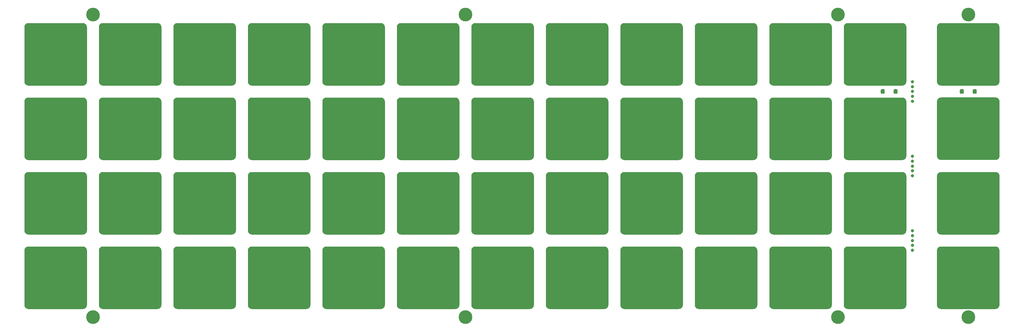
<source format=gbr>
G04 #@! TF.GenerationSoftware,KiCad,Pcbnew,(5.1.10-1-10_14)*
G04 #@! TF.CreationDate,2021-08-20T16:51:13-05:00*
G04 #@! TF.ProjectId,ori_top_plate,6f72695f-746f-4705-9f70-6c6174652e6b,rev?*
G04 #@! TF.SameCoordinates,Original*
G04 #@! TF.FileFunction,Soldermask,Bot*
G04 #@! TF.FilePolarity,Negative*
%FSLAX46Y46*%
G04 Gerber Fmt 4.6, Leading zero omitted, Abs format (unit mm)*
G04 Created by KiCad (PCBNEW (5.1.10-1-10_14)) date 2021-08-20 16:51:13*
%MOMM*%
%LPD*%
G01*
G04 APERTURE LIST*
%ADD10C,0.800000*%
%ADD11C,3.500000*%
G04 APERTURE END LIST*
G36*
G01*
X397336010Y-100164700D02*
X397336010Y-114148700D01*
G75*
G02*
X396328010Y-115156700I-1008000J0D01*
G01*
X382344010Y-115156700D01*
G75*
G02*
X381336010Y-114148700I0J1008000D01*
G01*
X381336010Y-100164700D01*
G75*
G02*
X382344010Y-99156700I1008000J0D01*
G01*
X396328010Y-99156700D01*
G75*
G02*
X397336010Y-100164700I0J-1008000D01*
G01*
G37*
G36*
G01*
X397361002Y-81114620D02*
X397361002Y-95098620D01*
G75*
G02*
X396353002Y-96106620I-1008000J0D01*
G01*
X382369002Y-96106620D01*
G75*
G02*
X381361002Y-95098620I0J1008000D01*
G01*
X381361002Y-81114620D01*
G75*
G02*
X382369002Y-80106620I1008000J0D01*
G01*
X396353002Y-80106620D01*
G75*
G02*
X397361002Y-81114620I0J-1008000D01*
G01*
G37*
G36*
G01*
X397361370Y-62051880D02*
X397361370Y-76035880D01*
G75*
G02*
X396353370Y-77043880I-1008000J0D01*
G01*
X382369370Y-77043880D01*
G75*
G02*
X381361370Y-76035880I0J1008000D01*
G01*
X381361370Y-62051880D01*
G75*
G02*
X382369370Y-61043880I1008000J0D01*
G01*
X396353370Y-61043880D01*
G75*
G02*
X397361370Y-62051880I0J-1008000D01*
G01*
G37*
G36*
G01*
X397336010Y-43014460D02*
X397336010Y-56998460D01*
G75*
G02*
X396328010Y-58006460I-1008000J0D01*
G01*
X382344010Y-58006460D01*
G75*
G02*
X381336010Y-56998460I0J1008000D01*
G01*
X381336010Y-43014460D01*
G75*
G02*
X382344010Y-42006460I1008000J0D01*
G01*
X396328010Y-42006460D01*
G75*
G02*
X397336010Y-43014460I0J-1008000D01*
G01*
G37*
G36*
G01*
X373523410Y-100164700D02*
X373523410Y-114148700D01*
G75*
G02*
X372515410Y-115156700I-1008000J0D01*
G01*
X358531410Y-115156700D01*
G75*
G02*
X357523410Y-114148700I0J1008000D01*
G01*
X357523410Y-100164700D01*
G75*
G02*
X358531410Y-99156700I1008000J0D01*
G01*
X372515410Y-99156700D01*
G75*
G02*
X373523410Y-100164700I0J-1008000D01*
G01*
G37*
G36*
G01*
X354473330Y-100168000D02*
X354473330Y-114152000D01*
G75*
G02*
X353465330Y-115160000I-1008000J0D01*
G01*
X339481330Y-115160000D01*
G75*
G02*
X338473330Y-114152000I0J1008000D01*
G01*
X338473330Y-100168000D01*
G75*
G02*
X339481330Y-99160000I1008000J0D01*
G01*
X353465330Y-99160000D01*
G75*
G02*
X354473330Y-100168000I0J-1008000D01*
G01*
G37*
G36*
G01*
X335423250Y-100164700D02*
X335423250Y-114148700D01*
G75*
G02*
X334415250Y-115156700I-1008000J0D01*
G01*
X320431250Y-115156700D01*
G75*
G02*
X319423250Y-114148700I0J1008000D01*
G01*
X319423250Y-100164700D01*
G75*
G02*
X320431250Y-99156700I1008000J0D01*
G01*
X334415250Y-99156700D01*
G75*
G02*
X335423250Y-100164700I0J-1008000D01*
G01*
G37*
G36*
G01*
X316373170Y-100164700D02*
X316373170Y-114148700D01*
G75*
G02*
X315365170Y-115156700I-1008000J0D01*
G01*
X301381170Y-115156700D01*
G75*
G02*
X300373170Y-114148700I0J1008000D01*
G01*
X300373170Y-100164700D01*
G75*
G02*
X301381170Y-99156700I1008000J0D01*
G01*
X315365170Y-99156700D01*
G75*
G02*
X316373170Y-100164700I0J-1008000D01*
G01*
G37*
G36*
G01*
X297323090Y-100164700D02*
X297323090Y-114148700D01*
G75*
G02*
X296315090Y-115156700I-1008000J0D01*
G01*
X282331090Y-115156700D01*
G75*
G02*
X281323090Y-114148700I0J1008000D01*
G01*
X281323090Y-100164700D01*
G75*
G02*
X282331090Y-99156700I1008000J0D01*
G01*
X296315090Y-99156700D01*
G75*
G02*
X297323090Y-100164700I0J-1008000D01*
G01*
G37*
G36*
G01*
X278273010Y-100164700D02*
X278273010Y-114148700D01*
G75*
G02*
X277265010Y-115156700I-1008000J0D01*
G01*
X263281010Y-115156700D01*
G75*
G02*
X262273010Y-114148700I0J1008000D01*
G01*
X262273010Y-100164700D01*
G75*
G02*
X263281010Y-99156700I1008000J0D01*
G01*
X277265010Y-99156700D01*
G75*
G02*
X278273010Y-100164700I0J-1008000D01*
G01*
G37*
G36*
G01*
X259222930Y-100164700D02*
X259222930Y-114148700D01*
G75*
G02*
X258214930Y-115156700I-1008000J0D01*
G01*
X244230930Y-115156700D01*
G75*
G02*
X243222930Y-114148700I0J1008000D01*
G01*
X243222930Y-100164700D01*
G75*
G02*
X244230930Y-99156700I1008000J0D01*
G01*
X258214930Y-99156700D01*
G75*
G02*
X259222930Y-100164700I0J-1008000D01*
G01*
G37*
G36*
G01*
X240172850Y-100164700D02*
X240172850Y-114148700D01*
G75*
G02*
X239164850Y-115156700I-1008000J0D01*
G01*
X225180850Y-115156700D01*
G75*
G02*
X224172850Y-114148700I0J1008000D01*
G01*
X224172850Y-100164700D01*
G75*
G02*
X225180850Y-99156700I1008000J0D01*
G01*
X239164850Y-99156700D01*
G75*
G02*
X240172850Y-100164700I0J-1008000D01*
G01*
G37*
G36*
G01*
X221122770Y-100164700D02*
X221122770Y-114148700D01*
G75*
G02*
X220114770Y-115156700I-1008000J0D01*
G01*
X206130770Y-115156700D01*
G75*
G02*
X205122770Y-114148700I0J1008000D01*
G01*
X205122770Y-100164700D01*
G75*
G02*
X206130770Y-99156700I1008000J0D01*
G01*
X220114770Y-99156700D01*
G75*
G02*
X221122770Y-100164700I0J-1008000D01*
G01*
G37*
G36*
G01*
X202072690Y-100164700D02*
X202072690Y-114148700D01*
G75*
G02*
X201064690Y-115156700I-1008000J0D01*
G01*
X187080690Y-115156700D01*
G75*
G02*
X186072690Y-114148700I0J1008000D01*
G01*
X186072690Y-100164700D01*
G75*
G02*
X187080690Y-99156700I1008000J0D01*
G01*
X201064690Y-99156700D01*
G75*
G02*
X202072690Y-100164700I0J-1008000D01*
G01*
G37*
G36*
G01*
X183022610Y-100164700D02*
X183022610Y-114148700D01*
G75*
G02*
X182014610Y-115156700I-1008000J0D01*
G01*
X168030610Y-115156700D01*
G75*
G02*
X167022610Y-114148700I0J1008000D01*
G01*
X167022610Y-100164700D01*
G75*
G02*
X168030610Y-99156700I1008000J0D01*
G01*
X182014610Y-99156700D01*
G75*
G02*
X183022610Y-100164700I0J-1008000D01*
G01*
G37*
G36*
G01*
X163972530Y-100164700D02*
X163972530Y-114148700D01*
G75*
G02*
X162964530Y-115156700I-1008000J0D01*
G01*
X148980530Y-115156700D01*
G75*
G02*
X147972530Y-114148700I0J1008000D01*
G01*
X147972530Y-100164700D01*
G75*
G02*
X148980530Y-99156700I1008000J0D01*
G01*
X162964530Y-99156700D01*
G75*
G02*
X163972530Y-100164700I0J-1008000D01*
G01*
G37*
G36*
G01*
X373523410Y-81114620D02*
X373523410Y-95098620D01*
G75*
G02*
X372515410Y-96106620I-1008000J0D01*
G01*
X358531410Y-96106620D01*
G75*
G02*
X357523410Y-95098620I0J1008000D01*
G01*
X357523410Y-81114620D01*
G75*
G02*
X358531410Y-80106620I1008000J0D01*
G01*
X372515410Y-80106620D01*
G75*
G02*
X373523410Y-81114620I0J-1008000D01*
G01*
G37*
G36*
G01*
X354473330Y-81114620D02*
X354473330Y-95098620D01*
G75*
G02*
X353465330Y-96106620I-1008000J0D01*
G01*
X339481330Y-96106620D01*
G75*
G02*
X338473330Y-95098620I0J1008000D01*
G01*
X338473330Y-81114620D01*
G75*
G02*
X339481330Y-80106620I1008000J0D01*
G01*
X353465330Y-80106620D01*
G75*
G02*
X354473330Y-81114620I0J-1008000D01*
G01*
G37*
G36*
G01*
X335423250Y-81114620D02*
X335423250Y-95098620D01*
G75*
G02*
X334415250Y-96106620I-1008000J0D01*
G01*
X320431250Y-96106620D01*
G75*
G02*
X319423250Y-95098620I0J1008000D01*
G01*
X319423250Y-81114620D01*
G75*
G02*
X320431250Y-80106620I1008000J0D01*
G01*
X334415250Y-80106620D01*
G75*
G02*
X335423250Y-81114620I0J-1008000D01*
G01*
G37*
G36*
G01*
X316373170Y-81114620D02*
X316373170Y-95098620D01*
G75*
G02*
X315365170Y-96106620I-1008000J0D01*
G01*
X301381170Y-96106620D01*
G75*
G02*
X300373170Y-95098620I0J1008000D01*
G01*
X300373170Y-81114620D01*
G75*
G02*
X301381170Y-80106620I1008000J0D01*
G01*
X315365170Y-80106620D01*
G75*
G02*
X316373170Y-81114620I0J-1008000D01*
G01*
G37*
G36*
G01*
X297323090Y-81114620D02*
X297323090Y-95098620D01*
G75*
G02*
X296315090Y-96106620I-1008000J0D01*
G01*
X282331090Y-96106620D01*
G75*
G02*
X281323090Y-95098620I0J1008000D01*
G01*
X281323090Y-81114620D01*
G75*
G02*
X282331090Y-80106620I1008000J0D01*
G01*
X296315090Y-80106620D01*
G75*
G02*
X297323090Y-81114620I0J-1008000D01*
G01*
G37*
G36*
G01*
X278273010Y-81114620D02*
X278273010Y-95098620D01*
G75*
G02*
X277265010Y-96106620I-1008000J0D01*
G01*
X263281010Y-96106620D01*
G75*
G02*
X262273010Y-95098620I0J1008000D01*
G01*
X262273010Y-81114620D01*
G75*
G02*
X263281010Y-80106620I1008000J0D01*
G01*
X277265010Y-80106620D01*
G75*
G02*
X278273010Y-81114620I0J-1008000D01*
G01*
G37*
G36*
G01*
X259222930Y-81114620D02*
X259222930Y-95098620D01*
G75*
G02*
X258214930Y-96106620I-1008000J0D01*
G01*
X244230930Y-96106620D01*
G75*
G02*
X243222930Y-95098620I0J1008000D01*
G01*
X243222930Y-81114620D01*
G75*
G02*
X244230930Y-80106620I1008000J0D01*
G01*
X258214930Y-80106620D01*
G75*
G02*
X259222930Y-81114620I0J-1008000D01*
G01*
G37*
G36*
G01*
X240172850Y-81114620D02*
X240172850Y-95098620D01*
G75*
G02*
X239164850Y-96106620I-1008000J0D01*
G01*
X225180850Y-96106620D01*
G75*
G02*
X224172850Y-95098620I0J1008000D01*
G01*
X224172850Y-81114620D01*
G75*
G02*
X225180850Y-80106620I1008000J0D01*
G01*
X239164850Y-80106620D01*
G75*
G02*
X240172850Y-81114620I0J-1008000D01*
G01*
G37*
G36*
G01*
X221122770Y-81114620D02*
X221122770Y-95098620D01*
G75*
G02*
X220114770Y-96106620I-1008000J0D01*
G01*
X206130770Y-96106620D01*
G75*
G02*
X205122770Y-95098620I0J1008000D01*
G01*
X205122770Y-81114620D01*
G75*
G02*
X206130770Y-80106620I1008000J0D01*
G01*
X220114770Y-80106620D01*
G75*
G02*
X221122770Y-81114620I0J-1008000D01*
G01*
G37*
G36*
G01*
X202072690Y-81114620D02*
X202072690Y-95098620D01*
G75*
G02*
X201064690Y-96106620I-1008000J0D01*
G01*
X187080690Y-96106620D01*
G75*
G02*
X186072690Y-95098620I0J1008000D01*
G01*
X186072690Y-81114620D01*
G75*
G02*
X187080690Y-80106620I1008000J0D01*
G01*
X201064690Y-80106620D01*
G75*
G02*
X202072690Y-81114620I0J-1008000D01*
G01*
G37*
G36*
G01*
X183022610Y-81114620D02*
X183022610Y-95098620D01*
G75*
G02*
X182014610Y-96106620I-1008000J0D01*
G01*
X168030610Y-96106620D01*
G75*
G02*
X167022610Y-95098620I0J1008000D01*
G01*
X167022610Y-81114620D01*
G75*
G02*
X168030610Y-80106620I1008000J0D01*
G01*
X182014610Y-80106620D01*
G75*
G02*
X183022610Y-81114620I0J-1008000D01*
G01*
G37*
G36*
G01*
X163972530Y-81114620D02*
X163972530Y-95098620D01*
G75*
G02*
X162964530Y-96106620I-1008000J0D01*
G01*
X148980530Y-96106620D01*
G75*
G02*
X147972530Y-95098620I0J1008000D01*
G01*
X147972530Y-81114620D01*
G75*
G02*
X148980530Y-80106620I1008000J0D01*
G01*
X162964530Y-80106620D01*
G75*
G02*
X163972530Y-81114620I0J-1008000D01*
G01*
G37*
G36*
G01*
X373523410Y-62064540D02*
X373523410Y-76048540D01*
G75*
G02*
X372515410Y-77056540I-1008000J0D01*
G01*
X358531410Y-77056540D01*
G75*
G02*
X357523410Y-76048540I0J1008000D01*
G01*
X357523410Y-62064540D01*
G75*
G02*
X358531410Y-61056540I1008000J0D01*
G01*
X372515410Y-61056540D01*
G75*
G02*
X373523410Y-62064540I0J-1008000D01*
G01*
G37*
G36*
G01*
X354473330Y-62064540D02*
X354473330Y-76048540D01*
G75*
G02*
X353465330Y-77056540I-1008000J0D01*
G01*
X339481330Y-77056540D01*
G75*
G02*
X338473330Y-76048540I0J1008000D01*
G01*
X338473330Y-62064540D01*
G75*
G02*
X339481330Y-61056540I1008000J0D01*
G01*
X353465330Y-61056540D01*
G75*
G02*
X354473330Y-62064540I0J-1008000D01*
G01*
G37*
G36*
G01*
X335423250Y-62064540D02*
X335423250Y-76048540D01*
G75*
G02*
X334415250Y-77056540I-1008000J0D01*
G01*
X320431250Y-77056540D01*
G75*
G02*
X319423250Y-76048540I0J1008000D01*
G01*
X319423250Y-62064540D01*
G75*
G02*
X320431250Y-61056540I1008000J0D01*
G01*
X334415250Y-61056540D01*
G75*
G02*
X335423250Y-62064540I0J-1008000D01*
G01*
G37*
G36*
G01*
X316373170Y-62064540D02*
X316373170Y-76048540D01*
G75*
G02*
X315365170Y-77056540I-1008000J0D01*
G01*
X301381170Y-77056540D01*
G75*
G02*
X300373170Y-76048540I0J1008000D01*
G01*
X300373170Y-62064540D01*
G75*
G02*
X301381170Y-61056540I1008000J0D01*
G01*
X315365170Y-61056540D01*
G75*
G02*
X316373170Y-62064540I0J-1008000D01*
G01*
G37*
G36*
G01*
X297323090Y-62064540D02*
X297323090Y-76048540D01*
G75*
G02*
X296315090Y-77056540I-1008000J0D01*
G01*
X282331090Y-77056540D01*
G75*
G02*
X281323090Y-76048540I0J1008000D01*
G01*
X281323090Y-62064540D01*
G75*
G02*
X282331090Y-61056540I1008000J0D01*
G01*
X296315090Y-61056540D01*
G75*
G02*
X297323090Y-62064540I0J-1008000D01*
G01*
G37*
G36*
G01*
X278273010Y-62064540D02*
X278273010Y-76048540D01*
G75*
G02*
X277265010Y-77056540I-1008000J0D01*
G01*
X263281010Y-77056540D01*
G75*
G02*
X262273010Y-76048540I0J1008000D01*
G01*
X262273010Y-62064540D01*
G75*
G02*
X263281010Y-61056540I1008000J0D01*
G01*
X277265010Y-61056540D01*
G75*
G02*
X278273010Y-62064540I0J-1008000D01*
G01*
G37*
G36*
G01*
X259222930Y-62064540D02*
X259222930Y-76048540D01*
G75*
G02*
X258214930Y-77056540I-1008000J0D01*
G01*
X244230930Y-77056540D01*
G75*
G02*
X243222930Y-76048540I0J1008000D01*
G01*
X243222930Y-62064540D01*
G75*
G02*
X244230930Y-61056540I1008000J0D01*
G01*
X258214930Y-61056540D01*
G75*
G02*
X259222930Y-62064540I0J-1008000D01*
G01*
G37*
G36*
G01*
X240172850Y-62064540D02*
X240172850Y-76048540D01*
G75*
G02*
X239164850Y-77056540I-1008000J0D01*
G01*
X225180850Y-77056540D01*
G75*
G02*
X224172850Y-76048540I0J1008000D01*
G01*
X224172850Y-62064540D01*
G75*
G02*
X225180850Y-61056540I1008000J0D01*
G01*
X239164850Y-61056540D01*
G75*
G02*
X240172850Y-62064540I0J-1008000D01*
G01*
G37*
G36*
G01*
X221122770Y-62064540D02*
X221122770Y-76048540D01*
G75*
G02*
X220114770Y-77056540I-1008000J0D01*
G01*
X206130770Y-77056540D01*
G75*
G02*
X205122770Y-76048540I0J1008000D01*
G01*
X205122770Y-62064540D01*
G75*
G02*
X206130770Y-61056540I1008000J0D01*
G01*
X220114770Y-61056540D01*
G75*
G02*
X221122770Y-62064540I0J-1008000D01*
G01*
G37*
G36*
G01*
X202072690Y-62064540D02*
X202072690Y-76048540D01*
G75*
G02*
X201064690Y-77056540I-1008000J0D01*
G01*
X187080690Y-77056540D01*
G75*
G02*
X186072690Y-76048540I0J1008000D01*
G01*
X186072690Y-62064540D01*
G75*
G02*
X187080690Y-61056540I1008000J0D01*
G01*
X201064690Y-61056540D01*
G75*
G02*
X202072690Y-62064540I0J-1008000D01*
G01*
G37*
G36*
G01*
X183022610Y-62064540D02*
X183022610Y-76048540D01*
G75*
G02*
X182014610Y-77056540I-1008000J0D01*
G01*
X168030610Y-77056540D01*
G75*
G02*
X167022610Y-76048540I0J1008000D01*
G01*
X167022610Y-62064540D01*
G75*
G02*
X168030610Y-61056540I1008000J0D01*
G01*
X182014610Y-61056540D01*
G75*
G02*
X183022610Y-62064540I0J-1008000D01*
G01*
G37*
G36*
G01*
X163972530Y-62064540D02*
X163972530Y-76048540D01*
G75*
G02*
X162964530Y-77056540I-1008000J0D01*
G01*
X148980530Y-77056540D01*
G75*
G02*
X147972530Y-76048540I0J1008000D01*
G01*
X147972530Y-62064540D01*
G75*
G02*
X148980530Y-61056540I1008000J0D01*
G01*
X162964530Y-61056540D01*
G75*
G02*
X163972530Y-62064540I0J-1008000D01*
G01*
G37*
G36*
G01*
X373523410Y-43014460D02*
X373523410Y-56998460D01*
G75*
G02*
X372515410Y-58006460I-1008000J0D01*
G01*
X358531410Y-58006460D01*
G75*
G02*
X357523410Y-56998460I0J1008000D01*
G01*
X357523410Y-43014460D01*
G75*
G02*
X358531410Y-42006460I1008000J0D01*
G01*
X372515410Y-42006460D01*
G75*
G02*
X373523410Y-43014460I0J-1008000D01*
G01*
G37*
G36*
G01*
X354473330Y-43014460D02*
X354473330Y-56998460D01*
G75*
G02*
X353465330Y-58006460I-1008000J0D01*
G01*
X339481330Y-58006460D01*
G75*
G02*
X338473330Y-56998460I0J1008000D01*
G01*
X338473330Y-43014460D01*
G75*
G02*
X339481330Y-42006460I1008000J0D01*
G01*
X353465330Y-42006460D01*
G75*
G02*
X354473330Y-43014460I0J-1008000D01*
G01*
G37*
G36*
G01*
X335423250Y-43014460D02*
X335423250Y-56998460D01*
G75*
G02*
X334415250Y-58006460I-1008000J0D01*
G01*
X320431250Y-58006460D01*
G75*
G02*
X319423250Y-56998460I0J1008000D01*
G01*
X319423250Y-43014460D01*
G75*
G02*
X320431250Y-42006460I1008000J0D01*
G01*
X334415250Y-42006460D01*
G75*
G02*
X335423250Y-43014460I0J-1008000D01*
G01*
G37*
G36*
G01*
X316373170Y-43014460D02*
X316373170Y-56998460D01*
G75*
G02*
X315365170Y-58006460I-1008000J0D01*
G01*
X301381170Y-58006460D01*
G75*
G02*
X300373170Y-56998460I0J1008000D01*
G01*
X300373170Y-43014460D01*
G75*
G02*
X301381170Y-42006460I1008000J0D01*
G01*
X315365170Y-42006460D01*
G75*
G02*
X316373170Y-43014460I0J-1008000D01*
G01*
G37*
G36*
G01*
X297323090Y-43014460D02*
X297323090Y-56998460D01*
G75*
G02*
X296315090Y-58006460I-1008000J0D01*
G01*
X282331090Y-58006460D01*
G75*
G02*
X281323090Y-56998460I0J1008000D01*
G01*
X281323090Y-43014460D01*
G75*
G02*
X282331090Y-42006460I1008000J0D01*
G01*
X296315090Y-42006460D01*
G75*
G02*
X297323090Y-43014460I0J-1008000D01*
G01*
G37*
G36*
G01*
X278273010Y-43014460D02*
X278273010Y-56998460D01*
G75*
G02*
X277265010Y-58006460I-1008000J0D01*
G01*
X263281010Y-58006460D01*
G75*
G02*
X262273010Y-56998460I0J1008000D01*
G01*
X262273010Y-43014460D01*
G75*
G02*
X263281010Y-42006460I1008000J0D01*
G01*
X277265010Y-42006460D01*
G75*
G02*
X278273010Y-43014460I0J-1008000D01*
G01*
G37*
G36*
G01*
X259222930Y-43014460D02*
X259222930Y-56998460D01*
G75*
G02*
X258214930Y-58006460I-1008000J0D01*
G01*
X244230930Y-58006460D01*
G75*
G02*
X243222930Y-56998460I0J1008000D01*
G01*
X243222930Y-43014460D01*
G75*
G02*
X244230930Y-42006460I1008000J0D01*
G01*
X258214930Y-42006460D01*
G75*
G02*
X259222930Y-43014460I0J-1008000D01*
G01*
G37*
G36*
G01*
X240172850Y-43014460D02*
X240172850Y-56998460D01*
G75*
G02*
X239164850Y-58006460I-1008000J0D01*
G01*
X225180850Y-58006460D01*
G75*
G02*
X224172850Y-56998460I0J1008000D01*
G01*
X224172850Y-43014460D01*
G75*
G02*
X225180850Y-42006460I1008000J0D01*
G01*
X239164850Y-42006460D01*
G75*
G02*
X240172850Y-43014460I0J-1008000D01*
G01*
G37*
G36*
G01*
X221122770Y-43014460D02*
X221122770Y-56998460D01*
G75*
G02*
X220114770Y-58006460I-1008000J0D01*
G01*
X206130770Y-58006460D01*
G75*
G02*
X205122770Y-56998460I0J1008000D01*
G01*
X205122770Y-43014460D01*
G75*
G02*
X206130770Y-42006460I1008000J0D01*
G01*
X220114770Y-42006460D01*
G75*
G02*
X221122770Y-43014460I0J-1008000D01*
G01*
G37*
G36*
G01*
X202072690Y-43014460D02*
X202072690Y-56998460D01*
G75*
G02*
X201064690Y-58006460I-1008000J0D01*
G01*
X187080690Y-58006460D01*
G75*
G02*
X186072690Y-56998460I0J1008000D01*
G01*
X186072690Y-43014460D01*
G75*
G02*
X187080690Y-42006460I1008000J0D01*
G01*
X201064690Y-42006460D01*
G75*
G02*
X202072690Y-43014460I0J-1008000D01*
G01*
G37*
G36*
G01*
X183022610Y-43014460D02*
X183022610Y-56998460D01*
G75*
G02*
X182014610Y-58006460I-1008000J0D01*
G01*
X168030610Y-58006460D01*
G75*
G02*
X167022610Y-56998460I0J1008000D01*
G01*
X167022610Y-43014460D01*
G75*
G02*
X168030610Y-42006460I1008000J0D01*
G01*
X182014610Y-42006460D01*
G75*
G02*
X183022610Y-43014460I0J-1008000D01*
G01*
G37*
G36*
G01*
X163972530Y-43014460D02*
X163972530Y-56998460D01*
G75*
G02*
X162964530Y-58006460I-1008000J0D01*
G01*
X148980530Y-58006460D01*
G75*
G02*
X147972530Y-56998460I0J1008000D01*
G01*
X147972530Y-43014460D01*
G75*
G02*
X148980530Y-42006460I1008000J0D01*
G01*
X162964530Y-42006460D01*
G75*
G02*
X163972530Y-43014460I0J-1008000D01*
G01*
G37*
D10*
X375048450Y-97631692D03*
X375048450Y-96381692D03*
X375048450Y-95131692D03*
X375048450Y-98881692D03*
X375048450Y-100131692D03*
G36*
G01*
X370270360Y-59868904D02*
X370270360Y-59168904D01*
G75*
G02*
X370520360Y-58918904I250000J0D01*
G01*
X371020360Y-58918904D01*
G75*
G02*
X371270360Y-59168904I0J-250000D01*
G01*
X371270360Y-59868904D01*
G75*
G02*
X371020360Y-60118904I-250000J0D01*
G01*
X370520360Y-60118904D01*
G75*
G02*
X370270360Y-59868904I0J250000D01*
G01*
G37*
G36*
G01*
X366970360Y-59868904D02*
X366970360Y-59168904D01*
G75*
G02*
X367220360Y-58918904I250000J0D01*
G01*
X367720360Y-58918904D01*
G75*
G02*
X367970360Y-59168904I0J-250000D01*
G01*
X367970360Y-59868904D01*
G75*
G02*
X367720360Y-60118904I-250000J0D01*
G01*
X367220360Y-60118904D01*
G75*
G02*
X366970360Y-59868904I0J250000D01*
G01*
G37*
X375048450Y-78581580D03*
X375048450Y-77331580D03*
X375048450Y-76081580D03*
X375048450Y-79831580D03*
X375048450Y-81081580D03*
X375048450Y-59518808D03*
X375048450Y-58268808D03*
X375048450Y-57018808D03*
X375048450Y-60768808D03*
X375048450Y-62018808D03*
G36*
G01*
X388211370Y-59168840D02*
X388211370Y-59868840D01*
G75*
G02*
X387961370Y-60118840I-250000J0D01*
G01*
X387461370Y-60118840D01*
G75*
G02*
X387211370Y-59868840I0J250000D01*
G01*
X387211370Y-59168840D01*
G75*
G02*
X387461370Y-58918840I250000J0D01*
G01*
X387961370Y-58918840D01*
G75*
G02*
X388211370Y-59168840I0J-250000D01*
G01*
G37*
G36*
G01*
X391511370Y-59168840D02*
X391511370Y-59868840D01*
G75*
G02*
X391261370Y-60118840I-250000J0D01*
G01*
X390761370Y-60118840D01*
G75*
G02*
X390511370Y-59868840I0J250000D01*
G01*
X390511370Y-59168840D01*
G75*
G02*
X390761370Y-58918840I250000J0D01*
G01*
X391261370Y-58918840D01*
G75*
G02*
X391511370Y-59168840I0J-250000D01*
G01*
G37*
D11*
X165523314Y-39873575D03*
X165523314Y-117264265D03*
X260773394Y-39873575D03*
X260773394Y-117264265D03*
X356023474Y-39873575D03*
X356023474Y-117264265D03*
X389361002Y-39873575D03*
X389361002Y-117264265D03*
M02*

</source>
